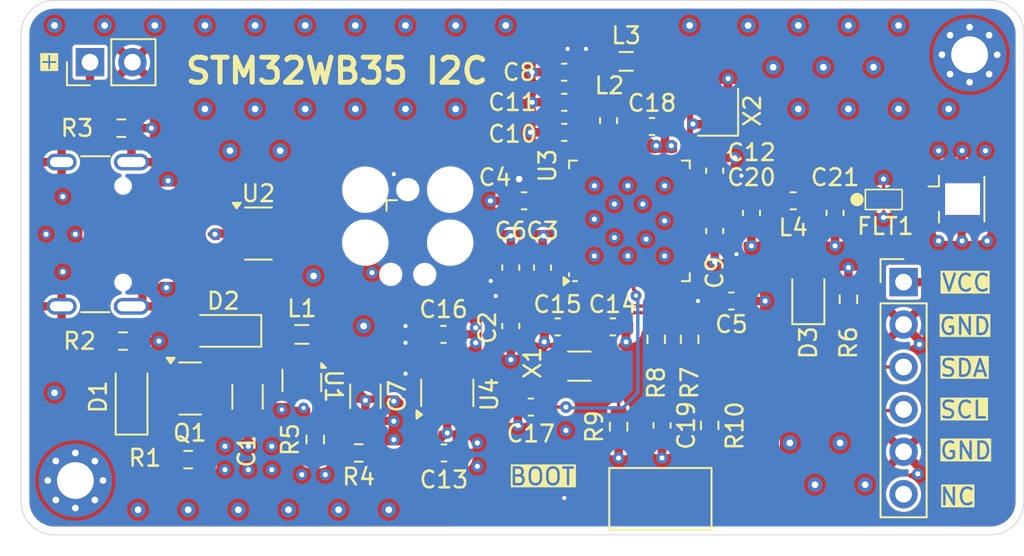
<source format=kicad_pcb>
(kicad_pcb (version 20241229) (generator "pcbnew") (generator_version "9.0")
  (layers (0 "F.Cu" signal) (4 "In1.Cu" signal) (6 "In2.Cu" signal) (2 "B.Cu" signal) (13 "F.Paste" user) (15 "B.Paste" user) (5 "F.SilkS" user "F.Silkscreen") (7 "B.SilkS" user "B.Silkscreen") (1 "F.Mask" user) (3 "B.Mask" user) (25 "Edge.Cuts" user))
  (net 0 "")
  (net 1 "/SW_IN")
  (net 2 "GND")
  (net 3 "+3V3")
  (net 4 "+5V_reg")
  (net 5 "/LSE_OUT")
  (net 6 "/LSE_IN")
  (net 7 "/SWD_NRST")
  (net 8 "/SMPS_FB")
  (net 9 "/BOOT0")
  (net 10 "/RF")
  (net 11 "/RF_MATCH_OUT")
  (net 12 "/VBAT_C")
  (net 13 "/VBAT_A")
  (net 14 "+5V")
  (net 15 "/LED_K")
  (net 16 "Net-(D3-A)")
  (net 17 "/RF_ANT")
  (net 18 "/USBC_D-")
  (net 19 "/USB_CC2")
  (net 21 "/USBC_D+")
  (net 23 "/USB_CC1")
  (net 24 "/I2C_SCL")
  (net 25 "/I2C_SDA")
  (net 26 "/SWD_CLK")
  (net 27 "Net-(J4-SWO)")
  (net 28 "/SWD_DIO")
  (net 29 "/LX2")
  (net 30 "/LX1")
  (net 31 "/SMPS_LXL")
  (net 32 "/SMPS_LX")
  (net 33 "Net-(U1-FB)")
  (net 34 "Net-(R10-Pad2)")
  (net 35 "/USB_D-")
  (net 36 "/USB_D+")
  (net 50 "/HSE_OUT")
  (net 53 "/HSE_IN")
  (footprint "Diode_SMD:Nexperia_CFP3_SOD-123W" (layer "F.Cu") (at 67.6125 51.29 180)
    (property "Reference" "D2")
    (property "Value" "PMEG3010ER")
  )
  (footprint "Resistor_SMD:R_0603_1608Metric" (layer "F.Cu") (at 73.1 57.8 -90)
    (property "Reference" "R5")
    (property "Value" "91k")
  )
  (footprint "Capacitor_SMD:C_0603_1608Metric" (layer "F.Cu") (at 84.8 51 -90)
    (property "Reference" "C2")
    (property "Value" "4u7")
  )
  (footprint "Inductor_SMD:L_0805_2012Metric" (layer "F.Cu") (at 91.7 35.15)
    (property "Reference" "L3")
    (property "Value" "10u")
  )
  (footprint "Capacitor_SMD:C_0603_1608Metric" (layer "F.Cu") (at 97 45.3 -90)
    (property "Reference" "C9")
    (property "Value" "100n")
  )
  (footprint "Inductor_SMD:L_0603_1608Metric" (layer "F.Cu") (at 101.7 43.5)
    (property "Reference" "L4")
    (property "Value" "2n7")
  )
  (footprint "Capacitor_SMD:C_0603_1608Metric" (layer "F.Cu") (at 86.7 47.5 90)
    (property "Reference" "C3")
    (property "Value" "100n")
  )
  (footprint "Package_TO_SOT_SMD:SOT-23" (layer "F.Cu") (at 65.6125 54.74)
    (property "Reference" "Q1")
    (property "Value" "DMP2305U-7")
  )
  (footprint "Capacitor_SMD:C_0603_1608Metric" (layer "F.Cu") (at 87.6 51.05 180)
    (property "Reference" "C15")
    (property "Value" "6p")
  )
  (footprint "Crystal:Crystal_SMD_SeikoEpson_FA128-4Pin_2.0x1.6mm" (layer "F.Cu") (at 97.2 38.2 90)
    (property "Reference" "X2")
    (property "Value" "ECS-320-10-37-CKM-TR")
  )
  (footprint "Capacitor_SMD:C_0603_1608Metric" (layer "F.Cu") (at 104.2 44.225 -90)
    (property "Reference" "C21")
    (property "Value" "0p3")
  )
  (footprint "Connector_Coaxial:U.FL_Hirose_U.FL-R-SMT-1_Vertical" (layer "F.Cu") (at 111.3 43.4)
    (property "Reference" "J5" (hide yes))
    (property "Value" "Conn_Coaxial")
  )
  (footprint "Inductor_SMD:L_0805_2012Metric" (layer "F.Cu") (at 72.3 51.5)
    (property "Reference" "L1")
    (property "Value" "1u")
  )
  (footprint "Package_DFN_QFN:QFN-48-1EP_7x7mm_P0.5mm_EP5.6x5.6mm" (layer "F.Cu") (at 91.9 44.7 90)
    (property "Reference" "U3")
    (property "Value" "STM32WB35CCUxA")
  )
  (footprint "MountingHole:MountingHole_2.2mm_M2_Pad_Via" (layer "F.Cu") (at 112.25 34.75)
    (property "Reference" "H1" (hide yes))
    (property "Value" "MountingHole_Pad")
  )
  (footprint "Package_TO_SOT_SMD:SOT-23-5" (layer "F.Cu") (at 81 55 90)
    (property "Reference" "U4")
    (property "Value" "TLV75530PDBV")
  )
  (footprint "Capacitor_SMD:C_0603_1608Metric" (layer "F.Cu") (at 93.25 39.05 180)
    (property "Reference" "C18")
    (property "Value" "4u7")
  )
  (footprint "Resistor_SMD:R_0603_1608Metric" (layer "F.Cu") (at 75.7 58.6 180)
    (property "Reference" "R4")
    (property "Value" "806k")
  )
  (footprint "Capacitor_SMD:C_0603_1608Metric" (layer "F.Cu") (at 93.85 56.95 -90)
    (property "Reference" "C19")
    (property "Value" "100n")
  )
  (footprint "Inductor_SMD:L_0603_1608Metric" (layer "F.Cu") (at 90.65 38.7 90)
    (property "Reference" "L2")
    (property "Value" "10n")
  )
  (footprint "Button_Switch_SMD:SW_SPST_CK_RS282G05A3" (layer "F.Cu") (at 93.75 61.35 180)
    (property "Reference" "SW1" (hide yes))
    (property "Value" "PTS636SK25SMTR LFS")
  )
  (footprint "Capacitor_SMD:C_0603_1608Metric" (layer "F.Cu") (at 97 41.7 90)
    (property "Reference" "C12")
    (property "Value" "100n")
  )
  (footprint "Capacitor_SMD:C_0603_1608Metric" (layer "F.Cu") (at 88 37.6 180)
    (property "Reference" "C11")
    (property "Value" "100n")
  )
  (footprint "MountingHole:MountingHole_2.2mm_M2_Pad_Via" (layer "F.Cu") (at 58.75 60.25)
    (property "Reference" "H2" (hide yes))
    (property "Value" "MountingHole_Pad")
  )
  (footprint "Connector_PinHeader_2.54mm:PinHeader_1x06_P2.54mm_Vertical" (layer "F.Cu") (at 108.3 48.37)
    (property "Reference" "J3" (hide yes))
    (property "Value" "Conn_01x06")
  )
  (footprint "Capacitor_SMD:C_1206_3216Metric" (layer "F.Cu") (at 69.05 55.24 -90)
    (property "Reference" "C1")
    (property "Value" "22u")
  )
  (footprint "Capacitor_SMD:C_0603_1608Metric" (layer "F.Cu") (at 84.8 47.5 90)
    (property "Reference" "C6")
    (property "Value" "100n")
  )
  (footprint "Package_TO_SOT_SMD:SOT-583-8" (layer "F.Cu") (at 72.3 54.26 -90)
    (property "Reference" "U1")
    (property "Value" "TPS631000DRLR")
  )
  (footprint "Resistor_SMD:R_0603_1608Metric" (layer "F.Cu") (at 96.7 56.95 -90)
    (property "Reference" "R10")
    (property "Value" "220R")
  )
  (footprint "Resistor_SMD:R_0603_1608Metric" (layer "F.Cu") (at 61.6 51.9)
    (property "Reference" "R2")
    (property "Value" "5k1")
  )
  (footprint "Diode_SMD:D_0805_2012Metric" (layer "F.Cu") (at 102.6 49.2 90)
    (property "Reference" "D3")
    (property "Value" "HSMG-C170")
  )
  (footprint "Resistor_SMD:R_0603_1608Metric" (layer "F.Cu") (at 65.5 59)
    (property "Reference" "R1")
    (property "Value" "10k")
  )
  (footprint "Resistor_SMD:R_0603_1608Metric" (layer "F.Cu") (at 93.5 51.8 90)
    (property "Reference" "R8")
    (property "Value" "10k")
  )
  (footprint "Resistor_SMD:R_0603_1608Metric" (layer "F.Cu") (at 61.5 39.15)
    (property "Reference" "R3")
    (property "Value" "5k1")
  )
  (footprint "Capacitor_SMD:C_0603_1608Metric" (layer "F.Cu") (at 98 49.5)
    (property "Reference" "C5")
    (property "Value" "100n")
  )
  (footprint "Resistor_SMD:R_0603_1608Metric" (layer "F.Cu") (at 95.5 51.8 90)
    (property "Reference" "R7")
    (property "Value" "10k")
  )
  (footprint "Capacitor_SMD:C_0603_1608Metric" (layer "F.Cu") (at 86 55.85 180)
    (property "Reference" "C17")
    (property "Value" "100n")
  )
  (footprint "Crystal:Crystal_SMD_3215-2Pin_3.2x1.5mm" (layer "F.Cu") (at 88.9 53.4)
    (property "Reference" "X1")
    (property "Value" "ABS07AIG-32.768KHZ-6-1-T")
  )
  (footprint "Capacitor_SMD:C_0603_1608Metric" (layer "F.Cu") (at 80.8 58.6)
    (property "Reference" "C13")
    (property "Value" "1u")
  )
  (footprint "Capacitor_SMD:C_0603_1608Metric" (layer "F.Cu") (at 88 35.8 180)
    (property "Reference" "C8")
    (property "Value" "4u7")
  )
  (footprint "Connector:Tag-Connect_TC2030-IDC-FP_2x03_P1.27mm_Vertical" (layer "F.Cu") (at 78.635 45.37 -90)
    (property "Reference" "J4" (hide yes))
    (property "Value" "TC2030")
  )
  (footprint "Capacitor_SMD:C_0603_1608Metric" (layer "F.Cu") (at 90.9 51.05)
    (property "Reference" "C14")
    (property "Value" "6p")
  )
  (footprint "Connector_PinHeader_2.54mm:PinHeader_1x02_P2.54mm_Vertical" (layer "F.Cu") (at 59.625 35.2 90)
    (property "Reference" "J1" (hide yes))
    (property "Value" "Conn_01x02")
  )
  (footprint "Capacitor_SMD:C_0603_1608Metric" (layer "F.Cu") (at 80.775 51.5)
    (property "Reference" "C16")
    (property "Value" "1u")
  )
  (footprint "Connector_USB:USB_C_Receptacle_GCT_USB4105-xx-A_16P_TopMnt_Horizontal" (layer "F.Cu") (at 59 45.5 -90)
    (property "Reference" "J2" (hide yes))
    (property "Value" "USB_C_Receptacle_USB2.0_16P")
  )
  (footprint "Capacitor_SMD:C_0603_1608Metric" (layer "F.Cu") (at 99.2 44.225 -90)
    (property "Reference" "C20")
    (property "Value" "0p8")
  )
  (footprint "Resistor_SMD:R_0603_1608Metric" (layer "F.Cu") (at 91.25 57.025 -90)
    (property "Reference" "R9")
    (property "Value" "5k1")
  )
  (footprint "Resistor_SMD:R_0603_1608Metric" (layer "F.Cu") (at 105 49.4 -90)
    (property "Reference" "R6")
    (property "Value" "220R")
  )
  (footprint "Package_TO_SOT_SMD:SOT-23-6" (layer "F.Cu") (at 69.7 45.46)
    (property "Reference" "U2")
    (property "Value" "USBLC6-2SC6")
  )
  (footprint "Capacitor_SMD:C_1206_3216Metric" (layer "F.Cu") (at 76.1 55.2 -90)
    (property "Reference" "C7")
    (property "Value" "47u")
  )
  (footprint "Capacitor_SMD:C_0603_1608Metric" (layer "F.Cu") (at 85.6 43.5 180)
    (property "Reference" "C4")
    (property "Value" "100n")
  )
  (footprint "Diode_SMD:Nexperia_CFP3_SOD-123W" (layer "F.Cu") (at 62.1125 55.24 90)
    (property "Reference" "D1")
    (property "Value" "PMEG3010ER")
  )
  (footprint "Capacitor_SMD:C_0603_1608Metric" (layer "F.Cu") (at 88 39.4 180)
    (property "Reference" "C10")
    (property "Value" "100n")
  )
  (footprint "DLF162500LT-5028A1:DLF162500LT-5028A1" (layer "F.Cu") (at 107.1125 45.424)
    (property "Reference" "FLT1")
    (property "Value" "DLF162500LT")
  )
  (gr_line (start 115.5 61.5) (end 115.5 33.5) (stroke (width 0.05)) (layer "Edge.Cuts"))
  (gr_arc (start 57.5 63.5) (mid 56.085786 62.914214) (end 55.5 61.5) (stroke (width 0.05)) (layer "Edge.Cuts"))
  (gr_arc (start 115.5 61.5) (mid 114.914214 62.914214) (end 113.5 63.5) (stroke (width 0.05)) (layer "Edge.Cuts"))
  (gr_line (start 113.5 31.5) (end 57.5 31.5) (stroke (width 0.05)) (layer "Edge.Cuts"))
  (gr_line (start 55.5 33.5) (end 55.5 61.5) (stroke (width 0.05)) (layer "Edge.Cuts"))
  (gr_arc (start 55.5 33.5) (mid 56.085786 32.085786) (end 57.5 31.5) (stroke (width 0.05)) (layer "Edge.Cuts"))
  (gr_line (start 113.5 63.5) (end 57.5 63.5) (stroke (width 0.05)) (layer "Edge.Cuts"))
  (gr_arc (start 113.5 31.5) (mid 114.914214 32.085786) (end 115.5 33.5) (stroke (width 0.05)) (layer "Edge.Cuts"))
  (gr_text "SDA" (at 110.4 54.1 0) (layer "F.SilkS" knockout) (effects (font (size 1 1)) (justify left bottom)))
  (gr_text "VCC" (at 110.5 49 0) (layer "F.SilkS" knockout) (effects (font (size 1 1)) (justify left bottom)))
  (gr_text "GND" (at 110.4 59.05 0) (layer "F.SilkS" knockout) (effects (font (size 1 1)) (justify left bottom)))
  (gr_text "NC" (at 110.4 61.8 0) (layer "F.SilkS" knockout) (effects (font (size 1 1)) (justify left bottom)))
  (gr_text "BOOT" (at 84.65 60.6 0) (layer "F.SilkS" knockout) (effects (font (size 1 1)) (justify left bottom)))
  (gr_text "+" (at 56.5 35.7 0) (layer "F.SilkS" knockout) (effects (font (size 1 1) (thickness 0.1)) (justify left bottom)))
  (gr_text "GND" (at 110.35 51.6 0) (layer "F.SilkS" knockout) (effects (font (size 1 1)) (justify left bottom)))
  (gr_text "SCL" (at 110.4 56.6 0) (layer "F.SilkS" knockout) (effects (font (size 1 1)) (justify left bottom)))
  (gr_text "STM32WB35 I2C" (at 65.2 36.6 0) (layer "F.SilkS") (effects (font (size 1.5 1.5) (thickness 0.3) (bold yes)) (justify left bottom)))
  (segment (start 67.14 45.46) (end 67.1 45.5) (width 0.5) (layer "F.Cu") (net 2))
  (segment (start 99.2 46.2) (end 99.2 45) (width 0.5) (layer "F.Cu") (net 2))
  (segment (start 72.05 55) (end 72.844 54.206) (width 0.3) (layer "F.Cu") (net 2))
  (segment (start 86.8 51.95) (end 86.8 51.23125) (width 0.5) (layer "F.Cu") (net 2))
  (segment (start 97 40.925) (end 98.2 40.925) (width 0.5) (layer "F.Cu") (net 2))
  (segment (start 107.1125 42.2125) (end 107.1 42.2) (width 0.2) (layer "F.Cu") (net 2))
  (segment (start 72.55 55) (end 72.05 55) (width 0.3) (layer "F.Cu") (net 2))
  (segment (start 62.325 39.15) (end 63.3 39.15) (width 0.5) (layer "F.Cu") (net 2))
  (segment (start 86.7 46.725) (end 86.7 45.65) (width 0.5) (layer "F.Cu") (net 2))
  (segment (start 84.8 45.6) (end 84.8 46.725) (width 0.5) (layer "F.Cu") (net 2))
  (segment (start 72.844 54.206) (end 73.2 54.206) (width 0.3) (layer "F.Cu") (net 2))
  (segment (start 107.1125 44.4875) (end 107.1 44.5) (width 0.2) (layer "F.Cu") (net 2))
  (segment (start 93.85 57.8) (end 93.85 58.9) (width 0.5) (layer "F.Cu") (net 2))
  (segment (start 95.7 38.9) (end 96.61875 38.9) (width 0.5) (layer "F.Cu") (net 2))
  (segment (start 86.08125 35.8) (end 87.31875 35.8) (width 0.5) (layer "F.Cu") (net 2))
  (segment (start 100.01875 49.5) (end 98.78125 49.5) (width 0.5) (layer "F.Cu") (net 2))
  (segment (start 97.8 36.18125) (end 97.8 37.41875) (width 0.5) (layer "F.Cu") (net 2))
  (segment (start 86.08125 37.6) (end 87.31875 37.6) (width 0.5) (layer "F.Cu") (net 2))
  (segment (start 104.2 46.2) (end 104.2 45) (width 0.5) (layer "F.Cu") (net 2))
  (segment (start 97 47.15) (end 97 46.075) (width 0.5) (layer "F.Cu") (net 2))
  (segment (start 91.25 57.8) (end 91.25 58.9) (width 0.5) (layer "F.Cu") (net 2))
  (segment (start 84.8 53.0125) (end 84.8 51.775) (width 0.5) (layer "F.Cu") (net 2))
  (segment (start 86.7 45.65) (end 86.75 45.6) (width 0.5) (layer "F.Cu") (net 2))
  (segment (start 107.1125 43.169) (end 107.1125 42.2125) (width 0.2) (layer "F.Cu") (net 2))
  (segment (start 62.475 51.9) (end 63.75 51.9) (width 0.5) (layer "F.Cu") (net 2))
  (segment (start 72.55 54.5) (end 72.844 54.206) (width 0.3) (layer "F.Cu") (net 2))
  (segment (start 85.98125 39.4) (end 87.21875 39.4) (width 0.5) (layer "F.Cu") (net 2))
  (segment (start 85.225 55.85) (end 85.225 56.95) (width 0.5) (layer "F.Cu") (net 2))
  (segment (start 68.5625 45.46) (end 67.14 45.46) (width 0.5) (layer "F.Cu") (net 2))
  (segment (start 91.7 51.95) (end 91.7 51.23125) (width 0.5) (layer "F.Cu") (net 2))
  (segment (start 107.1125 43.624) (end 107.1125 44.4875) (width 0.2) (layer "F.Cu") (net 2))
  (segment (start 83.58125 43.5) (end 84.81875 43.5) (width 0.5) (layer "F.Cu") (net 2))
  (segment (start 72.55 55) (end 72.55 54.5) (width 0.3) (layer "F.Cu") (net 2))
  (via (at 72.4 55.9) (size 0.65) (drill 0.25) (layers "F.Cu" "B.Cu") (net 2))
  (via (at 94 42.6) (size 0.7) (drill 0.3) (layers "F.Cu" "B.Cu") (net 2))
  (via (at 83.58125 43.5) (size 0.7) (drill 0.3) (layers "F.Cu" "B.Cu") (net 2))
  (via (at 69.5 33) (size 0.9) (drill 0.4) (layers "F.Cu" "B.Cu") (net 2))
  (via (at 85.98125 39.4) (size 0.7) (drill 0.3) (layers "F.Cu" "B.Cu") (net 2))
  (via (at 62.5 62) (size 0.9) (drill 0.4) (layers "F.Cu" "B.Cu") (net 2))
  (via (at 94 44.7) (size 0.7) (drill 0.3) (layers "F.Cu" "B.Cu") (net 2))
  (via (at 78.5 38) (size 0.9) (drill 0.4) (layers "F.Cu" "B.Cu") (net 2))
  (via (at 97 47.15) (size 0.7) (drill 0.3) (layers "F.Cu" "B.Cu") (net 2))
  (via (at 88.1 57.25) (size 0.7) (drill 0.3) (layers "F.Cu" "B.Cu") (net 2))
  (via (at 65.5 62) (size 0.9) (drill 0.4) (layers "F.Cu" "B.Cu") (net 2))
  (via (at 67.1 45.5) (size 0.7) (drill 0.3) (layers "F.Cu" "B.Cu") (net 2))
  (via (at 94 46.8) (size 0.7) (drill 0.3) (layers "F.Cu" "B.Cu") (net 2))
  (via (at 91.8 46.8) (size 0.7) (drill 0.3) (layers "F.Cu" "B.Cu") (net 2))
  (via (at 78.5 33) (size 0.9) (drill 0.4) (layers "F.Cu" "B.Cu") (net 2))
  (via (at 92.9 45.8) (size 0.7) (drill 0.3) (layers "F.Cu" "B.Cu") (net 2))
  (via (at 95.7 38.9) (size 0.7) (drill 0.3) (layers "F.Cu" "B.Cu") (net 2))
  (via (at 89.8 46.8) (size 0.7) (drill 0.3) (layers "F.Cu" "B.Cu") (net 2))
  (via (at 77.8 57.8) (size 0.7) (drill 0.3) (layers "F.Cu" "B.Cu") (net 2))
  (via (at 77.8 56.7) (size 0.7) (drill 0.3) (layers "F.Cu" "B.Cu") (net 2))
  (via (at 77.5 62) (size 0.9) (drill 0.4) (layers "F.Cu" "B.Cu") (net 2))
  (via (at 94.4 40.2) (size 0.7) (drill 0.3) (layers "F.Cu" "B.Cu") (net 2))
  (via (at 58 43.25) (size 0.6) (drill 0.3) (layers "F.Cu" "B.Cu") (net 2))
  (via (at 104.5 58) (size 0.9) (drill 0.4) (layers "F.Cu" "B.Cu") (net 2))
  (via (at 109.15 59.85) (size 0.7) (drill 0.3) (layers "F.Cu" "B.Cu") (net 2))
  (via (at 99.2 46.2) (size 0.7) (drill 0.3) (layers "F.Cu" "B.Cu") (net 2))
  (via (at 113.3 45.9) (size 0.7) (drill 0.3) (layers "F.Cu" "B.Cu") (net 2))
  (via (at 107.1 44.5) (size 0.7) (drill 0.3) (layers "F.Cu" "B.Cu") (net 2))
  (via (at 91.7 51.95) (size 0.7) (drill 0.3) (layers "F.Cu" "B.Cu") (net 2))
  (via (at 57.5 33) (size 0.9) (drill 0.4) (layers "F.Cu" "B.Cu") (net 2))
  (via (at 103 60.5) (size 0.9) (drill 0.4) (layers "F.Cu" "B.Cu") (net 2))
  (via (at 105 47.5) (size 0.7) (drill 0.3) (layers "F.Cu" "B.Cu") (net 2))
  (via (at 82.8 58) (size 0.7) (drill 0.3) (layers "F.Cu" "B.Cu") (net 2))
  (via (at 75.5 33) (size 0.9) (drill 0.4) (layers "F.Cu" "B.Cu") (net 2))
  (via (at 100.01875 49.5) (size 0.7) (drill 0.3) (layers "F.Cu" "B.Cu") (net 2))
  (via (at 97.8 36.18125) (size 0.7) (drill 0.3) (layers "F.Cu" "B.Cu") (net 2))
  (via (at 93.5 40.2) (size 0.7) (drill 0.3) (layers "F.Cu" "B.Cu") (net 2))
  (via (at 69.5 38) (size 0.9) (drill 0.4) (layers "F.Cu" "B.Cu") (net 2))
  (via (at 81.5 33) (size 0.9) (drill 0.4) (layers "F.Cu" "B.Cu") (net 2))
  (via (at 68 40.5) (size 0.9) (drill 0.4) (layers "F.Cu" "B.Cu") (net 2))
  (via (at 64.3 42.3) (size 0.7) (drill 0.3) (layers "F.Cu" "B.Cu") (net 2))
  (via (at 66.5 38) (size 0.9) (drill 0.4) (layers "F.Cu" "B.Cu") (net 2))
  (via (at 64.2 48.7) (size 0.7) (drill 0.3) (layers "F.Cu" "B.Cu") (net 2))
  (via (at 89.8 42.6) (size 0.7) (drill 0.3) (layers "F.Cu" "B.Cu") (net 2))
  (via (at 111.8 45.9) (size 0.7) (drill 0.3) (layers "F.Cu" "B.Cu") (net 2))
  (via (at 102 33) (size 0.9) (drill 0.4) (layers "F.Cu" "B.Cu") (net 2))
  (via (at 57.5 55) (size 0.9) (drill 0.4) (layers "F.Cu" "B.Cu") (net 2))
  (via (at 95.5 33) (size 0.9) (drill 0.4) (layers "F.Cu" "B.Cu") (net 2))
  (via (at 72.3 59.9) (size 0.7) (drill 0.3) (layers "F.Cu" "B.Cu") (net 2))
  (via (at 91.8 42.6) (size 0.7) (drill 0.3) (layers "F.Cu" "B.Cu") (net 2))
  (via (at 74.5 62) (size 0.9) (drill 0.4) (layers "F.Cu" "B.Cu") (net 2))
  (via (at 85.225 56.95) (size 0.7) (drill 0.3) (layers "F.Cu" "B.Cu") (net 2))
  (via (at 108 38) (size 0.9) (drill 0.4) (layers "F.Cu" "B.Cu") (net 2))
  (via (at 91 43.7) (size 0.7) (drill 0.3) (layers "F.Cu" "B.Cu") (net 2))
  (via (at 66.5 33) (size 0.9) (drill 0.4) (layers "F.Cu" "B.Cu") (net 2))
  (via (at 60.5 33) (size 0.9) (drill 0.4) (layers "F.Cu" "B.Cu") (net 2))
  (via (at 86.75 45.6) (size 0.7) (drill 0.3) (layers "F.Cu" "B.Cu") (net 2))
  (via (at 76.5 47.8) (size 0.7) (drill 0.3) (layers "F.Cu" "B.Cu") (net 2))
  (via (at 107.1 42.2) (size 0.7) (drill 0.3) (layers "F.Cu" "B.Cu") (net 2))
  (via (at 98.2 40.925) (size 0.7) (drill 0.3) (layers "F.Cu" "B.Cu") (net 2))
  (via (at 68.5 62) (size 0.9) (drill 0.4) (layers "F.Cu" "B.Cu") (net 2))
  (via (at 106 60.5) (size 0.9) (drill 0.4) (layers "F.Cu" "B.Cu") (net 2))
  (via (at 82.7 52) (size 0.7) (drill 0.3) (layers "F.Cu" "B.Cu") (net 2))
  (via (at 63.3 39.15) (size 0.7) (drill 0.3) (layers "F.Cu" "B.Cu") (net 2))
  (via (at 70.5 58.2) (size 0.7) (drill 0.3) (layers "F.Cu" "B.Cu") (net 2))
  (via (at 71 40.5) (size 0.9) (drill 0.4) (layers "F.Cu" "B.Cu") (net 2))
  (via (at 70.5 59.6) (size 0.7) (drill 0.3) (layers "F.Cu" "B.Cu") (net 2))
  (via (at 93.85 58.9) (size 0.7) (drill 0.3) (layers "F.Cu" "B.Cu") (net 2))
  (via (at 73 48) (size 0.9) (drill 0.4) (layers "F.Cu" "B.Cu") (net 2))
  (via (at 58 47.75) (size 0.6) (drill 0.3) (layers "F.Cu" "B.Cu") (net 2))
  (via (at 84.8 53.0125) (size 0.7) (drill 0.3) (layers "F.Cu" "B.Cu") (net 2))
  (via (at 72.5 33) (size 0.9) (drill 0.4) (layers "F.Cu" "B.Cu") (net 2))
  (via (at 86.08125 35.8) (size 0.7) (drill 0.3) (layers "F.Cu" "B.Cu") (net 2))
  (via (at 111.8 40.5) (size 0.7) (drill 0.3) (layers "F.Cu" "B.Cu") (net 2))
  (via (at 92.7 43.7) (size 0.7) (drill 0.3) (layers "F.Cu" "B.Cu") (net 2))
  (via (at 101.5 58) (size 0.9) (drill 0.4) (layers "F.Cu" "B.Cu") (net 2))
  (via (at 89.8 44.6) (size 0.7) (drill 0.3) (layers "F.Cu" "B.Cu") (net 2))
  (via (at 67.7 59.6) (size 0.7) (drill 0.3) (layers "F.Cu" "B.Cu") (net 2))
  (via (at 73.7 59.9) (size 0.7) (drill 0.3) (layers "F.Cu" "B.Cu") (net 2))
  (via (at 82.7 51.1) (size 0.7) (drill 0.3) (layers "F.Cu" "B.Cu") (net 2))
  (via (at 113.2 40.5) (size 0.7) (drill 0.3) (layers "F.Cu" "B.Cu") (net 2))
  (via (at 91 45.7) (size 0.7) (drill 0.3) (layers "F.Cu" "B.Cu") (net 2))
  (via (at 99 33) (size 0.9) (drill 0.4) (layers "F.Cu" "B.Cu") (net 2))
  (via (at 81.5 38) (size 0.9) (drill 0.4) (layers "F.Cu" "B.Cu") (net 2))
  (via (at 109.25 52.1) (size 0.7) (drill 0.3) (layers "F.Cu" "B.Cu") (net 2))
  (via (at 58.75 45.5) (size 0.6) (drill 0.3) (layers "F.Cu" "B.Cu") (net 2))
  (via (at 81 57.4) (size 0.7) (drill 0.3) (layers "F.Cu" "B.Cu") (net 2))
  (via (at 100.5 35.5) (size 0.9) (drill 0.4) (layers "F.Cu" "B.Cu") (net 2))
  (via (at 86.08125 37.6) (size 0.7) (drill 0.3) (layers "F.Cu" "B.Cu") (net 2))
  (via (at 71.5 62) (size 0.9) (drill 0.4) (layers "F.Cu" "B.Cu") (net 2))
  (via (at 84.8 45.6) (size 0.7) (drill 0.3) (layers "F.Cu" "B.Cu") (net 2))
  (via (at 63.75 51.9) (size 0.7) (drill 0.3) (layers "F.Cu" "B.Cu") (net 2))
  (via (at 111 38) (size 0.9) (drill 0.4) (layers "F.Cu" "B.Cu") (net 2))
  (via (at 67.7 58.2) (size 0.7) (drill 0.3) (layers "F.Cu" "B.Cu") (net 2))
  (via (at 82.8 59.4) (size 0.7) (drill 0.3) (layers "F.Cu" "B.Cu") (net 2))
  (via (at 91.25 58.9) (size 0.7) (drill 0.3) (layers "F.Cu" "B.Cu") (net 2))
  (via (at 110.4 45.9) (size 0.7) (drill 0.3) (layers "F.Cu" "B.Cu") (net 2))
  (via (at 57 45.5) (size 0.6) (drill 0.3) (layers "F.Cu" "B.Cu") (net 2))
  (via (at 104.2 46.2) (size 0.7) (drill 0.3) (layers "F.Cu" "B.Cu") (net 2))
  (via (at 75.5 38) (size 0.9) (drill 0.4) (layers "F.Cu" "B.Cu") (net 2))
  (via (at 63.5 33) (size 0.9) (drill 0.4) (layers "F.Cu" "B.Cu") (net 2))
  (via (at 105 38) (size 0.9) (drill 0.4) (layers "F.Cu" "B.Cu") (net 2))
  (via (at 76.1 55.45) (size 0.7) (drill 0.3) (layers "F.Cu" "B.Cu") (net 2))
  (via (at 106.5 35.5) (size 0.9) (drill 0.4) (layers "F.Cu" "B.Cu") (net 2))
  (via (at 76 51) (size 0.9) (drill 0.4) (layers "F.Cu" "B.Cu") (net 2))
  (via (at 69.1 59.6) (size 0.7) (drill 0.3) (layers "F.Cu" "B.Cu") (net 2))
  (via (at 103.5 35.5) (size 0.9) (drill 0.4) (layers "F.Cu" "B.Cu") (net 2))
  (via (at 84.5 33) (size 0.9) (drill 0.4) (layers "F.Cu" "B.Cu") (net 2))
  (via (at 105 33) (size 0.9) (drill 0.4) (layers "F.Cu" "B.Cu") (net 2))
  (via (at 102 38) (size 0.9) (drill 0.4) (layers "F.Cu" "B.Cu") (net 2))
  (via (at 77.8 55.5) (size 0.7) (drill 0.3) (layers "F.Cu" "B.Cu") (net 2))
  (via (at 69.1 58.2) (size 0.7) (drill 0.3) (layers "F.Cu" "B.Cu") (net 2))
  (via (at 72.5 38) (size 0.9) (drill 0.4) (layers "F.Cu" "B.Cu") (net 2))
  (via (at 86.8 51.95) (size 0.7) (drill 0.3) (layers "F.Cu" "B.Cu") (net 2))
  (via (at 71.1 56) (size 0.65) (drill 0.25) (layers "F.Cu" "B.Cu") (net 2))
  (via (at 110.4 40.5) (size 0.7) (drill 0.3) (layers "F.Cu" "B.Cu") (net 2))
  (via (at 108 33) (size 0.9) (drill 0.4) (layers "F.Cu" "B.Cu") (net 2))
  (segment (start 95.3375 42.45) (end 96.05493 42.45) (width 0.3) (layer "F.Cu") (net 3))
  (segment (start 98.125 42.475) (end 98.6 42) (width 0.5) (layer "F.Cu") (net 3))
  (segment (start 98.274 45.074) (end 97.725 44.525) (width 0.5) (layer "F.Cu") (net 3))
  (segment (start 97 42.475) (end 98.125 42.475) (width 0.5) (layer "F.Cu") (net 3))
  (segment (start 87.35 43.45) (end 87.3 43.5) (width 0.3) (layer "F.Cu") (net 3))
  (segment (start 77.7887 41.9113) (end 77.8 41.9) (width 0.3) (layer "F.Cu") (net 3))
  (segment (start 97 44.525) (end 96.625 44.525) (width 0.2) (layer "F.Cu") (net 3))
  (segment (start 92.65 48.65) (end 93.4 49.4) (width 0.2) (layer "F.Cu") (net 3))
  (segment (start 78 44.1) (end 77.7887 43.8887) (width 0.3) (layer "F.Cu") (net 3))
  (segment (start 97 42.475) (end 96.07993 42.475) (width 0.5) (layer "F.Cu") (net 3))
  (segment (start 92.65 48.1375) (end 92.65 48.65) (width 0.2) (layer "F.Cu") (net 3))
  (segment (start 98.3 46.7) (end 98.274 46.674) (width 0.5) (layer "F.Cu") (net 3))
  (segment (start 96.05 43.95) (end 95.3375 43.95) (width 0.2) (layer "F.Cu") (net 3))
  (segment (start 97.2 49.525) (end 97.225 49.5) (width 0.5) (layer "F.Cu") (net 3))
  (segment (start 77.7887 43.8887) (end 77.7887 41.9113) (width 0.3) (layer "F.Cu") (net 3))
  (segment (start 96.625 44.525) (end 96.05 43.95) (width 0.2) (layer "F.Cu") (net 3))
  (segment (start 97.225 49.5) (end 96 49.5) (width 0.5) (layer "F.Cu") (net 3))
  (segment (start 93.4 49.4) (end 95.9 49.4) (width 0.2) (layer "F.Cu") (net 3))
  (segment (start 98.274 46.674) (end 98.274 45.074) (width 0.5) (layer "F.Cu") (net 3))
  (segment (start 85.3 42.2) (end 85.65 42.2) (width 0.5) (layer "F.Cu") (net 3))
  (segment (start 97.725 44.525) (end 97 44.525) (width 0.5) (layer "F.Cu") (net 3))
  (segment (start 88 61.3) (end 89.8 61.3) (width 0.5) (layer "F.Cu") (net 3))
  (segment (start 88.4625 43.45) (end 87.35 43.45) (width 0.3) (layer "F.Cu") (net 3))
  (segment (start 85.65 42.2) (end 86.375 42.925) (width 0.5) (layer "F.Cu") (net 3))
  (segment (start 95.9 49.4) (end 96 49.5) (width 0.2) (layer "F.Cu") (net 3))
  (segment (start 86.375 43.5) (end 87.3 43.5) (width 0.5) (layer "F.Cu") (net 3))
  (segment (start 86.375 42.925) (end 86.375 43.5) (width 0.5) (layer "F.Cu") (net 3))
  (segment (start 96.05493 42.45) (end 96.07993 42.475) (width 0.3) (layer "F.Cu") (net 3))
  (segment (start 89.8 61.3) (end 89.85 61.35) (width 0.5) (layer "F.Cu") (net 3))
  (via (at 78.5 53.85) (size 0.65) (drill 0.25) (layers "F.Cu" "B.Cu") (net 3))
  (via (at 77.8 41.9) (size 0.65) (drill 0.25) (layers "F.Cu" "B.Cu") (net 3))
  (via (at 78.5 51) (size 0.65) (drill 0.25) (layers "F.Cu" "B.Cu") (net 3))
  (via (at 88 61.3) (size 0.65) (drill 0.25) (layers "F.Cu" "B.Cu") (net 3))
  (via (at 98.3 46.7) (size 0.65) (drill 0.25) (layers "F.Cu" "B.Cu") (net 3))
  (via (at 85.3 42.2) (size 0.9) (drill 0.4) (layers "F.Cu" "B.Cu") (net 3))
  (via (at 88.2 34.4) (size 0.65) (drill 0.25) (layers "F.Cu" "B.Cu") (net 3))
  (via (at 89.3 34.4) (size 0.65) (drill 0.25) (layers "F.Cu" "B.Cu") (net 3))
  (via (at 96 49.5) (size 0.65) (drill 0.25) (layers "F.Cu" "B.Cu") (net 3))
  (via (at 78.5 52) (size 0.65) (drill 0.25) (layers "F.Cu" "B.Cu") (net 3))
  (via (at 98.6 42) (size 0.65) (drill 0.25) (layers "F.Cu" "B.Cu") (net 3))
  (via (at 83.6 48.3) (size 0.65) (drill 0.25) (layers "F.Cu" "B.Cu") (net 3))
  (via (at 83.9 49.2) (size 0.65) (drill 0.25) (layers "F.Cu" "B.Cu") (net 3))
  (segment (start 78.199 54.699) (end 76.399 54.699) (width 0.5) (layer "F.Cu") (net 4))
  (segment (start 96.125 52.625) (end 97.3 53.8) (width 0.2) (layer "F.Cu") (net 4))
  (segment (start 73.05 53.52) (end 73.58 53.52) (width 0.3) (layer "F.Cu") (net 4))
  (segment (start 73.6 53.5) (end 74.275 53.5) (width 0.5) (layer "F.Cu") (net 4))
  (segment (start 100 53.8) (end 100.6 54.4) (width 0.2) (layer "F.Cu") (net 4))
  (segment (start 100.6 62.5) (end 100.7 62.6) (width 0.2) (layer "F.Cu") (net 4))
  (segment (start 79.6375 56.1375) (end 78.199 54.699) (width 0.5) (layer "F.Cu") (net 4))
  (segment (start 81.95 56.1375) (end 81.95 55.475001) (width 0.5) (layer "F.Cu") (net 4))
  (segment (start 80.05 55.5709) (end 80.05 56.1375) (width 0.5) (layer "F.Cu") (net 4))
  (segment (start 74.275 53.5) (end 74.5 53.725) (width 0.5) (layer "F.Cu") (net 4))
  (segment (start 112.2 61.6) (end 111.2 62.6) (width 0.5) (layer "F.Cu") (net 4))
  (segment (start 76.1 54.4) (end 76.1 53.725) (width 0.5) (layer "F.Cu") (net 4))
  (segment (start 111.2 62.6) (end 100.7 62.6) (width 0.5) (layer "F.Cu") (net 4))
  (segment (start 80.5969 55.024) (end 80.05 55.5709) (width 0.5) (layer "F.Cu") (net 4))
  (segment (start 80.025 58.6) (end 79.949 58.524) (width 1) (layer "F.Cu") (net 4))
  (segment (start 81.498999 55.024) (end 80.5969 55.024) (width 0.5) (layer "F.Cu") (net 4))
  (segment (start 74.5 53.725) (end 76.1 53.725) (width 0.5) (layer "F.Cu") (net 4))
  (segment (start 108.3 48.37) (end 110.67 48.37) (width 0.5) (layer "F.Cu") (net 4))
  (segment (start 110.67 48.37) (end 112.2 49.9) (width 0.5) (layer "F.Cu") (net 4))
  (segment (start 95.5 52.625) (end 96.125 52.625) (width 0.2) (layer "F.Cu") (net 4))
  (segment (start 80.025 56.1625) (end 80.05 56.1375) (width 0.5) (layer "F.Cu") (net 4))
  (segment (start 80.05 56.1375) (end 79.6375 56.1375) (width 0.5) (layer "F.Cu") (net 4))
  (segment (start 76.525 58.6) (end 80.025 58.6) (width 0.5) (layer "F.Cu") (net 4))
  (segment (start 97.3 53.8) (end 100 53.8) (width 0.2) (layer "F.Cu") (net 4))
  (segment (start 81.95 55.475001) (end 81.498999 55.024) (width 0.5) (layer "F.Cu") (net 4))
  (segment (start 112.2 49.9) (end 112.2 61.6) (width 0.5) (layer "F.Cu") (net 4))
  (segment (start 80 60.9) (end 80.025 60.875) (width 0.5) (layer "F.Cu") (net 4))
  (segment (start 100.6 54.4) (end 100.6 62.5) (width 0.2) (layer "F.Cu") (net 4))
  (segment (start 80.025 58.6) (end 80.025 56.1625) (width 0.5) (layer "F.Cu") (net 4))
  (segment (start 100.7 62.6) (end 81.7 62.6) (width 0.5) (layer "F.Cu") (net 4))
  (segment (start 76.399 54.699) (end 76.1 54.4) (width 0.5) (layer "F.Cu") (net 4))
  (segment (start 93.5 52.625) (end 95.5 52.625) (width 0.2) (layer "F.Cu") (net 4))
  (segment (start 80.025 60.875) (end 80.025 58.6) (width 0.5) (layer "F.Cu") (net 4))
  (segment (start 81.7 62.6) (end 80 60.9) (width 0.5) (layer "F.Cu") (net 4))
  (segment (start 90.15 51.075) (end 90.125 51.05) (width 0.2) (layer "F.Cu") (net 5))
  (segment (start 90.15 53.4) (end 90.15 51.075) (width 0.2) (layer "F.Cu") (net 5))
  (segment (start 90.15 48.1375) (end 90.15 51.025) (width 0.2) (layer "F.Cu") (net 5))
  (segment (start 90.15 51.025) (end 90.125 51.05) (width 0.2) (layer "F.Cu") (net 5))
  (segment (start 89.2 50.75) (end 88.9 51.05) (width 0.2) (layer "F.Cu") (net 6))
  (segment (start 87.65 53.4) (end 87.65 52.55) (width 0.2) (layer "F.Cu") (net 6))
  (segment (start 89.2 49.2) (end 89.2 50.75) (width 0.2) (layer "F.Cu") (net 6))
  (segment (start 88.375 51.825) (end 88.375 51.05) (width 0.2) (layer "F.Cu") (net 6))
  (segment (start 88.9 51.05) (end 88.375 51.05) (width 0.2) (layer "F.Cu") (net 6))
  (segment (start 89.65 48.1375) (end 89.65 48.75) (width 0.2) (layer "F.Cu") (net 6))
  (segment (start 87.65 52.55) (end 88.375 51.825) (width 0.2) (layer "F.Cu") (net 6))
  (segment (start 89.65 48.75) (end 89.2 49.2) (width 0.2) (layer "F.Cu") (net 6))
  (segment (start 83.35 50.45) (end 82.8 49.9) (width 0.2) (layer "F.Cu") (net 7))
  (segment (start 92.275 49.16055) (end 92.275 48.925) (width 0.2) (layer "F.Cu") (net 7))
  (segment (start 82.8 49.9) (end 75.35 49.9) (width 0.2) (layer "F.Cu") (net 7))
  (segment (start 88.1 55.85) (end 86.775 55.85) (width 0.2) (layer "F.Cu") (net 7))
  (segment (start 92.275 48.925) (end 92.15 48.8) (width 0.2) (layer "F.Cu") (net 7))
  (segment (start 83.9 54) (end 83.35 53.45) (width 0.2) (layer "F.Cu") (net 7))
  (segment (start 92.15 48.8) (end 92.15 48.1375) (width 0.2) (layer "F.Cu") (net 7))
  (segment (start 92.28945 49.175) (end 92.275 49.16055) (width 0.2) (layer "F.Cu") (net 7))
  (segment (start 75.478464 44.51655) (end 77.14655 44.51655) (width 0.2) (layer "F.Cu") (net 7))
  (segment (start 86.775 54.625) (end 86.15 54) (width 0.2) (layer "F.Cu") (net 7))
  (segment (start 86.775 55.85) (end 86.775 54.625) (width 0.2) (layer "F.Cu") (net 7))
  (segment (start 83.35 53.45) (end 83.35 50.45) (width 0.2) (layer "F.Cu") (net 7))
  (segment (start 74.55 45.445014) (end 75.478464 44.51655) (width 0.2) (layer "F.Cu") (net 7))
  (segment (start 86.15 54) (end 83.9 54) (width 0.2) (layer "F.Cu") (net 7))
  (segment (start 74.55 49.1) (end 74.55 45.445014) (width 0.2) (layer "F.Cu") (net 7))
  (segment (start 77.14655 44.51655) (end 78 45.37) (width 0.2) (layer "F.Cu") (net 7))
  (segment (start 75.35 49.9) (end 74.55 49.1) (width 0.2) (layer "F.Cu") (net 7))
  (via (at 92.28945 49.175) (size 0.65) (drill 0.25) (layers "F.Cu" "B.Cu") (net 7))
  (via (at 88.1 55.85) (size 0.7) (drill 0.3) (layers "F.Cu" "B.Cu") (net 7))
  (segment (start 92.4 49.3) (end 92.4 55) (width 0.2) (layer "B.Cu") (net 7))
  (segment (start 88.15 55.9) (end 88.1 55.85) (width 0.2) (layer "B.Cu") (net 7))
  (segment (start 91.5 55.9) (end 88.15 55.9) (width 0.2) (layer "B.Cu") (net 7))
  (segment (start 92.4 55) (end 91.5 55.9) (width 0.2) (layer "B.Cu") (net 7))
  (segment (start 92.28945 49.18945) (end 92.4 49.3) (width 0.2) (layer "B.Cu") (net 7))
  (segment (start 92.28945 49.175) (end 92.28945 49.18945) (width 0.2) (layer "B.Cu") (net 7))
  (segment (start 91.25 56.1) (end 91.25 52.648) (width 0.2) (layer "F.Cu") (net 9))
  (segment (start 90.9 50.1) (end 90.65 49.85) (width 0.2) (layer "F.Cu") (net 9))
  (segment (start 90.65 49.85) (end 90.65 48.1375) (width 0.2) (layer "F.Cu") (net 9))
  (segment (start 93.825 56.2) (end 93.85 56.175) (width 0.2) (layer "F.Cu") (net 9))
  (segment (start 91.25 52.648) (end 90.9 52.298) (width 0.2) (layer "F.Cu") (net 9))
  (segment (start 91.35 56.2) (end 93.825 56.2) (width 0.2) (layer "F.Cu") (net 9))
  (segment (start 93.85 56.175) (end 96.65 56.175) (width 0.2) (layer "F.Cu") (net 9))
  (segment (start 90.9 52.298) (end 90.9 50.1) (width 0.2) (layer "F.Cu") (net 9))
  (segment (start 91.35 56.2) (end 91.25 56.1) (width 0.2) (layer "F.Cu") (net 9))
  (segment (start 96.65 56.175) (end 96.7 56.125) (width 0.2) (layer "F.Cu") (net 9))
  (segment (start 95.3375 43.45) (end 99.2 43.45) (width 0.35) (layer "F.Cu") (net 10))
  (segment (start 100.8625 43.45) (end 100.9125 43.5) (width 0.35) (layer "F.Cu") (net 10))
  (segment (start 99.2 43.45) (end 100.8625 43.45) (width 0.35) (layer "F.Cu") (net 10))
  (segment (start 104.15 43.5) (end 104.2 43.45) (width 0.35) (layer "F.Cu") (net 11))
  (segment (start 104.2 43.45) (end 106.45 43.45) (width 0.35) (layer "F.Cu") (net 11))
  (segment (start 102.4875 43.5) (end 104.15 43.5) (width 0.35) (layer "F.Cu") (net 11))
  (segment (start 106.45 43.45) (end 106.5 43.4) (width 0.35) (layer "F.Cu") (net 11))
  (segment (start 63.0625 55.69) (end 62.1125 56.64) (width 0.5) (layer "F.Cu") (net 12))
  (segment (start 64.675 55.69) (end 63.0625 55.69) (width 0.5) (layer "F.Cu") (net 12))
  (segment (start 62.1125 53.84) (end 61.313804 53.84) (width 0.5) (layer "F.Cu") (net 13))
  (segment (start 59.625 52.151196) (end 59.625 35.2) (width 0.5) (layer "F.Cu") (net 13))
  (segment (start 61.313804 53.84) (end 59.625 52.151196) (width 0.5) (layer "F.Cu") (net 13))
  (segment (start 66.2125 47.9) (end 65.7 47.9) (width 0.5) (layer "F.Cu") (net 14))
  (segment (start 64.675 53.79) (end 65.81 53.79) (width 0.5) (layer "F.Cu") (net 14))
  (segment (start 64.675 59) (end 64.675 57.425) (width 0.2) (layer "F.Cu") (net 14))
  (segment (start 66.2125 51.29) (end 66.2125 47.9) (width 0.5) (layer "F.Cu") (net 14))
  (segment (start 69.7 45.935001) (end 69.7 43.8) (width 0.5) (layer "F.Cu") (net 14))
  (segment (start 64.675 57.425) (end 65.7135 56.3865) (width 0.2) (layer "F.Cu") (net 14))
  (segment (start 69.2 47.9) (end 69.7 47.4) (width 0.5) (layer "F.Cu") (net 14))
  (segment (start 64.675 54.244468) (end 64.675 53.79) (width 0.2) (layer "F.Cu") (net 14))
  (segment (start 62.68 47.9) (end 65.7 47.9) (width 0.5) (layer "F.Cu") (net 14))
  (segment (start 69.7 47.4) (end 69.7 45.935001) (width 0.5) (layer "F.Cu") (net 14))
  (segment (start 65.7135 56.3865) (end 65.7135 55.282968) (width 0.2) (layer "F.Cu") (net 14))
  (segment (start 69 43.1) (end 62.68 43.1) (width 0.5) (layer "F.Cu") (net 14))
  (segment (start 69.7 45.935001) (end 70.175001 45.46) (width 0.5) (layer "F.Cu") (net 14))
  (segment (start 66.2125 53.3875) (end 66.2125 51.29) (width 0.5) (layer "F.Cu") (net 14))
  (segment (start 65.7 47.9) (end 69.2 47.9) (width 0.5) (layer "F.Cu") (net 14))
  (segment (start 70.175001 45.46) (end 70.8375 45.46) (width 0.5) (layer "F.Cu") (net 14))
  (segment (start 65.7135 55.282968) (end 64.675 54.244468) (width 0.2) (layer "F.Cu") (net 14))
  (segment (start 65.81 53.79) (end 66.2125 53.3875) (width 0.5) (layer "F.Cu") (net 14))
  (segment (start 69.7 43.8) (end 69 43.1) (width 0.5) (layer "F.Cu") (net 14))
  (segment (start 104.9125 50.1375) (end 105 50.225) (width 0.2) (layer "F.Cu") (net 15))
  (segment (start 102.6 50.1375) (end 104.9125 50.1375) (width 0.2) (layer "F.Cu") (net 15))
  (segment (start 97 48.25) (end 100.9 48.25) (width 0.2) (layer "F.Cu") (net 16))
  (segment (start 96.2 47.45) (end 97 48.25) (width 0.2) (layer "F.Cu") (net 16))
  (segment (start 100.9 48.25) (end 100.9125 48.2625) (width 0.2) (layer "F.Cu") (net 16))
  (segment (start 100.9125 48.2625) (end 102.6 48.2625) (width 0.2) (layer "F.Cu") (net 16))
  (segment (start 95.3375 47.45) (end 96.2 47.45) (width 0.2) (layer "F.Cu") (net 16))
  (segment (start 110.224 43.276) (end 110.25 43.25) (width 0.35) (layer "F.Cu") (net 17))
  (segment (start 107.725 43.4) (end 110.25 43.4) (width 0.35) (layer "F.Cu") (net 17))
  (segment (start 61.5 45.5) (end 61.5 45) (width 0.26) (layer "F.Cu") (net 18))
  (segment (start 61.75 44.75) (end 62.68 44.75) (width 0.26) (layer "F.Cu") (net 18))
  (segment (start 62.68 45.75) (end 61.75 45.75) (width 0.26) (layer "F.Cu") (net 18))
  (segment (start 64.082624 44.75) (end 62.68 44.75) (width 0.2672) (layer "F.Cu") (net 18))
  (segment (start 68.5625 44.51) (end 67.568749 44.51) (width 0.2672) (layer "F.Cu") (net 18))
  (segment (start 61.5 45) (end 61.75 44.75) (width 0.26) (layer "F.Cu") (net 18))
  (segment (start 66.816429 44.8154) (end 66.407029 45.2248) (width 0.2672) (layer "F.Cu") (net 18))
  (segment (start 67.568749 44.51) (end 67.263349 44.8154) (width 0.2672) (layer "F.Cu") (net 18))
  (segment (start 66.407029 45.2248) (end 64.557424 45.2248) (width 0.2672) (layer "F.Cu") (net 18))
  (segment (start 67.263349 44.8154) (end 66.816429 44.8154) (width 0.2672) (layer "F.Cu") (net 18))
  (segment (start 64.557424 45.2248) (end 64.082624 44.75) (width 0.2672) (layer "F.Cu") (net 18))
  (segment (start 61.75 45.75) (end 61.5 45.5) (width 0.26) (layer "F.Cu") (net 18))
  (segment (start 61.15 47.25) (end 60.75 47.65) (width 0.2) (layer "F.Cu") (net 19))
  (segment (start 60.75 51.825) (end 60.825 51.9) (width 0.2) (layer "F.Cu") (net 19))
  (segment (start 62.68 47.25) (end 61.15 47.25) (width 0.2) (layer "F.Cu") (net 19))
  (segment (start 60.75 47.65) (end 60.75 51.825) (width 0.2) (layer "F.Cu") (net 19))
  (segment (start 67.568749 46.41) (end 67.343349 46.1846) (width 0.2672) (layer "F.Cu") (net 21))
  (segment (start 64.362576 45.6952) (end 63.917376 45.25) (width 0.2672) (layer "F.Cu") (net 21))
  (segment (start 63.917376 45.25) (end 62.68 45.25) (width 0.2672) (layer "F.Cu") (net 21))
  (segment (start 68.5625 46.41) (end 67.568749 46.41) (width 0.2672) (layer "F.Cu") (net 21))
  (segment (start 67.343349 46.1846) (end 66.816429 46.1846) (width 0.2672) (layer "F.Cu") (net 21))
  (segment (start 66.816429 46.1846) (end 66.327029 45.6952) (width 0.2672) (layer "F.Cu") (net 21))
  (segment (start 62.68 46.25) (end 63.807776 46.25) (width 0.2672) (layer "F.Cu") (net 21))
  (segment (start 66.327029 45.6952) (end 64.362576 45.6952) (width 0.2672) (layer "F.Cu") (net 21))
  (segment (start 63.807776 46.25) (end 64.362576 45.6952) (width 0.2672) (layer "F.Cu") (net 21))
  (segment (start 62.68 44.25) (end 60.95 44.25) (width 0.2) (layer "F.Cu") (net 23))
  (segment (start 60.65 43.95) (end 60.65 39.325) (width 0.2) (layer "F.Cu") (net 23))
  (segment (start 60.65 39.325) (end 60.675 39.3) (width 0.2) (layer "F.Cu") (net 23))
  (segment (start 60.675 39.3) (end 60.675 39.15) (width 0.2) (layer "F.Cu") (net 23))
  (segment (start 60.95 44.25) (end 60.65 43.95) (width 0.2) (layer "F.Cu") (net 23))
  (segment (start 93.5 50.975) (end 93.5 51.5) (width 0.2) (layer "F.Cu") (net 24))
  (segment (start 102.5 52.7) (end 103.4 53.6) (width 0.2) (layer "F.Cu") (net 24))
  (segment (start 108.23 56.06) (end 108.3 55.99) (width 0.2) (layer "F.Cu") (net 24))
  (segment (start 93.5 50.4) (end 93.5 50.975) (width 0.2) (layer "F.Cu") (net 24))
  (segment (start 91.15 48.1375) (end 91.15 49.7829) (width 0.2) (layer "F.Cu") (net 24))
  (segment (start 93.3 50.2) (end 93.5 50.4) (width 0.2) (layer "F.Cu") (net 24))
  (segment (start 103.4 53.6) (end 103.4 55.1) (width 0.2) (layer "F.Cu") (net 24))
  (segment (start 93.8 51.8) (end 96.4 51.8) (width 0.2) (layer "F.Cu") (net 24))
  (segment (start 93.5 51.5) (end 93.8 51.8) (width 0.2) (layer "F.Cu") (net 24))
  (segment (start 91.5671 50.2) (end 93.3 50.2) (width 0.2) (layer "F.Cu") (net 24))
  (segment (start 104.36 56.06) (end 108.23 56.06) (width 0.2) (layer "F.Cu") (net 24))
  (segment (start 103.4 55.1) (end 104.36 56.06) (width 0.2) (layer "F.Cu") (net 24))
  (segment (start 91.15 49.7829) (end 91.5671 50.2) (width 0.2) (layer "F.Cu") (net 24))
  (segment (start 96.4 51.8) (end 97.3 52.7) (width 0.2) (layer "F.Cu") (net 24))
  (segment (start 97.3 52.7) (end 102.5 52.7) (width 0.2) (layer "F.Cu") (net 24))
  (segment (start 104.65 53.45) (end 108.3 53.45) (width 0.2) (layer "F.Cu") (net 25))
  (segment (start 104.3 52.3) (end 104.3 53.1) (width 0.2) (layer "F.Cu") (net 25))
  (segment (start 91.9 49.8) (end 95 49.8) (width 0.2) (layer "F.Cu") (net 25))
  (segment (start 95 49.8) (end 95.5 50.3) (width 0.2) (layer "F.Cu") (net 25))
  (segment (start 96.775 50.975) (end 97.6 51.8) (width 0.2) (layer "F.Cu") (net 25))
  (segment (start 97.6 51.8) (end 103.8 51.8) (width 0.2) (layer "F.Cu") (net 25))
  (segment (start 104.3 53.1) (end 104.65 53.45) (width 0.2) (layer "F.Cu") (net 25))
  (segment (start 95.5 50.975) (end 96.775 50.975) (width 0.2) (layer "F.Cu") (net 25))
  (segment (start 91.65 49.55) (end 91.9 49.8) (width 0.2) (layer "F.Cu") (net 25))
  (segment (start 95.5 50.3) (end 95.5 50.975) (width 0.2) (layer "F.Cu") (net 25))
  (segment (start 103.8 51.8) (end 104.3 52.3) (width 0.2) (layer "F.Cu") (net 25))
  (segment (start 91.65 48.1375) (end 91.65 49.55) (width 0.2) (layer "F.Cu") (net 25))
  (segment (start 87.85 43.95) (end 88.4625 43.95) (width 0.2) (layer "F.Cu") (net 26))
  (segment (start 79.27 45.37) (end 80.12345 44.51655) (width 0.2) (layer "F.Cu") (net 26))
  (segment (start 87.28345 44.51655) (end 87.85 43.95) (width 0.2) (layer "F.Cu") (net 26))
  (segment (start 80.12345 44.51655) (end 87.28345 44.51655) (width 0.2) (layer "F.Cu") (net 26))
  (segment (start 79.27 46.64) (end 79.507138 46.64) (width 0.2) (layer "F.Cu") (net 27))
  (segment (start 83.35 46.95) (end 83.35 45.4) (width 0.2) (layer "F.Cu") (net 27))
  (segment (start 83.8 44.95) (end 88.4625 44.95) (width 0.2) (layer "F.Cu") (net 27))
  (segment (start 80.360588 47.49345) (end 82.80655 47.49345) (width 0.2) (layer "F.Cu") (net 27))
  (segment (start 79.507138 46.64) (end 80.360588 47.49345) (width 0.2) (layer "F.Cu") (net 27))
  (segment (start 82.80655 47.49345) (end 83.35 46.95) (width 0.2) (layer "F.Cu") (net 27))
  (segment (start 83.35 45.4) (end 83.8 44.95) (width 0.2) (layer "F.Cu") (net 27))
  (segment (start 87.285298 42.95) (end 88.4625 42.95) (width 0.2) (layer "F.Cu") (net 28))
  (segment (start 79.45 41.85) (end 80.05 41.25) (width 0.2) (layer "F.Cu") (net 28))
  (segment (start 79.27 43.48) (end 79.45 43.3) (width 0.2) (layer "F.Cu") (net 28))
  (segment (start 79.27 44.1) (end 79.27 43.48) (width 0.2) (layer "F.Cu") (net 28))
  (segment (start 80.05 41.25) (end 85.585298 41.25) (width 0.2) (layer "F.Cu") (net 28))
  (segment (start 85.585298 41.25) (end 87.285298 42.95) (width 0.2) (layer "F.Cu") (net 28))
  (segment (start 79.45 43.3) (end 79.45 41.85) (width 0.2) (layer "F.Cu") (net 28))
  (segment (start 90.65 37.9125) (end 90.65 35.1625) (width 0.5) (layer "F.Cu") (net 31))
  (segment (start 90.65 35.1625) (end 90.6375 35.15) (width 0.5) (layer "F.Cu") (net 31))
  (segment (start 90.65 40.4) (end 90.65 39.4875) (width 0.5) (layer "F.Cu") (net 32))
  (segment (start 90.65 41.2625) (end 90.65 40.45) (width 0.2) (layer "F.Cu") (net 32))
  (segment (start 90.65 40.45) (end 90.7 40.4) (width 0.2) (layer "F.Cu") (net 32))
  (segment (start 73.1 56.975) (end 73.1 55.05) (width 0.2) (layer "F.Cu") (net 33))
  (segment (start 74.875 58.6) (end 74.875 57.675) (width 0.2) (layer "F.Cu") (net 33))
  (segment (start 74.175 56.975) (end 73.1 56.975) (width 0.2) (layer "F.Cu") (net 33))
  (segment (start 73.1 55.05) (end 73.05 55) (width 0.2) (layer "F.Cu") (net 33))
  (segment (start 74.875 57.675) (end 74.175 56.975) (width 0.2) (layer "F.Cu") (net 33))
  (segment (start 97.65 59.75) (end 97.65 61.35) (width 0.2) (layer "F.Cu") (net 34))
  (segment (start 96.7 58.8) (end 97.65 59.75) (width 0.2) (layer "F.Cu") (net 34))
  (segment (start 96.7 57.775) (end 96.7 58.8) (width 0.2) (layer "F.Cu") (net 34))
  (segment (start 72.072253 44.51) (end 70.8375 44.51) (width 0.2672) (layer "F.Cu") (net 35))
  (segment (start 85.960154 40.34502) (end 84.777644 40.34502) (width 0.2672) (layer "F.Cu") (net 35))
  (segment (start 84.777644 40.34502) (end 83.897424 39.4648) (width 0.2672) (layer "F.Cu") (net 35))
  (segment (start 87.806249 41.95) (end 87.791449 41.9648) (width 0.2672) (layer "F.Cu") (net 35))
  (segment (start 87.579934 41.9648) (end 85.960154 40.34502) (width 0.2672) (layer "F.Cu") (net 35))
  (segment (start 72.4648 41.602576) (end 72.4648 44.117453) (width 0.2672) (layer "F.Cu") (net 35))
  (segment (start 72.4648 44.117453) (end 72.072253 44.51) (width 0.2672) (layer "F.Cu") (net 35))
  (segment (start 83.897424 39.4648) (end 74.602576 39.4648) (width 0.2672) (layer "F.Cu") (net 35))
  (segment (start 74.602576 39.4648) (end 72.4648 41.602576) (width 0.2672) (layer "F.Cu") (net 35))
  (segment (start 88.4625 41.95) (end 87.806249 41.95) (width 0.2672) (layer "F.Cu") (net 35))
  (segment (start 87.791449 41.9648) (end 87.579934 41.9648) (width 0.2672) (layer "F.Cu") (net 35))
  (segment (start 87.806249 42.45) (end 87.791449 42.4352) (width 0.2672) (layer "F.Cu") (net 36))
  (segment (start 74.797424 39.9352) (end 72.9352 41.797424) (width 0.2672) (layer "F.Cu") (net 36))
  (segment (start 87.385116 42.4352) (end 85.765316 40.8154) (width 0.2672) (layer "F.Cu") (net 36))
  (segment (start 84.582776 40.8154) (end 83.702576 39.9352) (width 0.2672) (layer "F.Cu") (net 36))
  (segment (start 83.702576 39.9352) (end 74.797424 39.9352) (width 0.2672) (layer "F.Cu") (net 36))
  (segment (start 71.8346 46.0654) (end 71.49 46.41) (width 0.2672) (layer "F.Cu") (net 36))
  (segment (start 88.4625 42.45) (end 87.806249 42.45) (width 0.2672) (layer "F.Cu") (net 36))
  (segment (start 72.9352 44.3123) (end 71.8346 45.4129) (width 0.2672) (layer "F.Cu") (net 36))
  (segment (start 85.765316 40.8154) (end 84.582776 40.8154) (width 0.2672) (layer "F.Cu") (net 36))
  (segment (start 72.9352 41.797424) (end 72.9352 44.3123) (width 0.2672) (layer "F.Cu") (net 36))
  (segment (start 71.8346 45.4129) (end 71.8346 46.0654) (width 0.2672) (layer "F.Cu") (net 36))
  (segment (start 87.791449 42.4352) (end 87.385116 42.4352) (width 0.2672) (layer "F.Cu") (net 36))
  (segment (start 71.49 46.41) (end 70.8375 46.41) (width 0.2672) (layer "F.Cu") (net 36))
  (segment (start 96.5 40) (end 96.6 39.9) (width 0.2) (layer "F.Cu") (net 50))
  (segment (start 96.1 41.7) (end 96.1 40.4) (width 0.2) (layer "F.Cu") (net 50))
  (segment (start 95.3375 41.95) (end 95.85 41.95) (width 0.2) (layer "F.Cu") (net 50))
  (segment (start 96.1 40.4) (end 96.5 40) (width 0.2) (layer "F.Cu") (net 50))
  (segment (start 96.6 39.9) (end 97.4 39.9) (width 0.2) (layer "F.Cu") (net 50))
  (segment (start 95.85 41.95) (end 96.1 41.7) (width 0.2) (layer "F.Cu") (net 50))
  (segment (start 97.8 39.5) (end 97.8 38.9) (width 0.2) (layer "F.Cu") (net 50))
  (segment (start 97.4 39.9) (end 97.8 39.5) (width 0.2) (layer "F.Cu") (net 50))
  (segment (start 95.051 39.930346) (end 95.051 40.8615) (width 0.2) (layer "F.Cu") (net 53))
  (segment (start 95.625 37.475) (end 95.049 38.051) (width 0.2) (layer "F.Cu") (net 53))
  (segment (start 95.049 39.928346) (end 95.051 39.930346) (width 0.2) (layer "F.Cu") (net 53))
  (segment (start 96.625 37.475) (end 95.625 37.475) (width 0.2) (layer "F.Cu") (net 53))
  (segment (start 95.051 40.8615) (end 94.65 41.2625) (width 0.2) (layer "F.Cu") (net 53))
  (segment (start 95.049 38.051) (end 95.049 39.928346) (width 0.2) (layer "F.Cu") (net 53))
  (zone (net 8) (net_name "/SMPS_FB") (layer "F.Cu") (priority 5) (connect_pads yes (clearance 0.2)) (min_thickness 0.2) (fill yes (thermal_gap 0.5) (thermal_bridge_width 0.5))
    (polygon (pts (xy 92.4 34.2) (xy 93.25 34.2) (xy 93.5 34.45) (xy 93.5 35.941667) (xy 93.25 36.15) (xy 93.1 36.3) (xy 93.1 39.55) (xy 92.7 39.9) (xy 92.5 40.05) (xy 92.5 40.3) (xy 91.9 40.572727) (xy 91.9 41.9) (xy 91.45 41.9) (xy 91.45 40.483334) (xy 91.65 40.35) (xy 91.65 40.1) (xy 91.85 39.95) (xy 91.85 36.3) (xy 92.15 36) (xy 92.15 34.491666)))
  )
  (zone (net 30) (net_name "/LX1") (layer "F.Cu") (priority 6) (connect_pads yes (clearance 0.2)) (min_thickness 0.25) (fill yes (thermal_gap 0.5) (thermal_bridge_width 0.5))
    (polygon (pts (xy 70.9 50.6) (xy 71.6 50.6) (xy 71.9 50.9) (xy 71.9 52.1) (xy 72.2 52.7) (xy 72.2 53.9) (xy 71.9 53.9) (xy 71.9 52.9) (xy 71.7 52.7) (xy 71.4 52.7) (xy 71.2 52.5) (xy 70.9 52.5) (xy 70.6 52.2) (xy 70.6 50.9)))
  )
  (zone (net 29) (net_name "/LX2") (layer "F.Cu") (priority 7) (connect_pads yes (clearance 0.2)) (min_thickness 0.25) (fill yes (thermal_gap 0.5) (thermal_bridge_width 0.5))
    (polygon (pts (xy 73 50.6) (xy 73.7 50.6) (xy 74 50.9) (xy 74 52.2) (xy 73.7 52.5) (xy 73.2 52.5) (xy 73 52.7) (xy 72.8 52.7) (xy 72.7 52.9) (xy 72.7 53.9) (xy 72.4 53.9) (xy 72.4 52.7) (xy 72.7 52.1) (xy 72.7 50.9)))
  )
  (zone (net 3) (net_name "+3V3") (layer "F.Cu") (priority 3) (connect_pads yes (clearance 0.2)) (min_thickness 0.25) (fill yes (thermal_gap 0.5) (thermal_bridge_width 0.5))
    (polygon (pts (xy 87.6 34.2) (xy 87.9 33.8) (xy 89.6 33.8) (xy 89.9 34.1) (xy 89.9 34.9) (xy 89.6 35.2) (xy 89.6 35.5) (xy 89.4 35.7) (xy 89.4 39.8) (xy 89.7 40.1) (xy 89.7 40.4) (xy 89.9 40.7) (xy 90.4 40.7) (xy 90.4 41.8) (xy 89.4 41.8) (xy 89.4 40.7) (xy 89.3 40.5) (xy 88.9 40.1) (xy 88.3 40.1) (xy 88 39.8) (xy 88 35) (xy 87.6 34.7)))
  )
  (zone (net 3) (net_name "+3V3") (layer "F.Cu") (priority 4) (connect_pads yes (clearance 0.2)) (min_thickness 0.25) (fill yes (thermal_gap 0.5) (thermal_bridge_width 0.5))
    (polygon (pts (xy 89 47.3) (xy 89 47.6) (xy 89.4 47.6) (xy 89.4 48.7) (xy 89.1 49) (xy 86.1 49) (xy 85.7 49.4) (xy 85.7 50.6) (xy 85.4 51) (xy 84.1 51) (xy 83.8 50.6) (xy 83.8 50.2) (xy 83.4 49.8) (xy 83.4 48.9) (xy 83.1 48.5) (xy 83.1 47.9) (xy 83.4 47.6) (xy 87.7 47.6) (xy 88 47.3)))
  )
  (zone (net 1) (net_name "/SW_IN") (layer "F.Cu") (priority 5) (connect_pads yes (clearance 0.2)) (min_thickness 0.25) (fill yes (thermal_gap 0.5) (thermal_bridge_width 0.5))
    (polygon (pts (xy 68.4 50.2) (xy 69.7 50.2) (xy 70.1 50.6) (xy 70.1 52.7) (xy 70.4 53) (xy 71.7 53) (xy 71.7 54) (xy 71.7 55.4) (xy 67.7 55.4) (xy 68 55.1) (xy 67.7 55.4) (xy 65.7 55.4) (xy 65.7 54.2) (xy 67.6 54.2) (xy 68 53.8) (xy 68 50.6)))
  )
  (zone (net 3) (net_name "+3V3") (layer "F.Cu") (priority 4) (connect_pads yes (clearance 0.2)) (min_thickness 0.25) (fill yes (thermal_gap 0.5) (thermal_bridge_width 0.5))
    (polygon (pts (xy 77.8 51) (xy 78.2 50.5) (xy 80.3 50.5) (xy 80.7 51) (xy 80.7 54.3) (xy 80.4 54.7) (xy 78.12 54.7) (xy 77.8 54.3)))
  )
  (zone (net 2) (net_name "GND") (layers "F.Cu" "In1.Cu" "In2.Cu") (priority 3) (connect_pads (clearance 0.2)) (min_thickness 0.25) (fill yes (thermal_gap 0.5) (thermal_bridge_width 0.5))
    (polygon (pts (xy 55.5 31.5) (xy 115 31.5) (xy 115 63.5) (xy 55.5 63.5)))
  )
  (zone (net 3) (net_name "+3V3") (layer "B.Cu") (priority 2) (connect_pads (clearance 0.2)) (min_thickness 0.25) (fill yes (thermal_gap 0.5) (thermal_bridge_width 0.5))
    (polygon (pts (xy 55.5 31.5) (xy 115 31.5) (xy 115 63.5) (xy 55.5 63.5)))
  )
)
</source>
